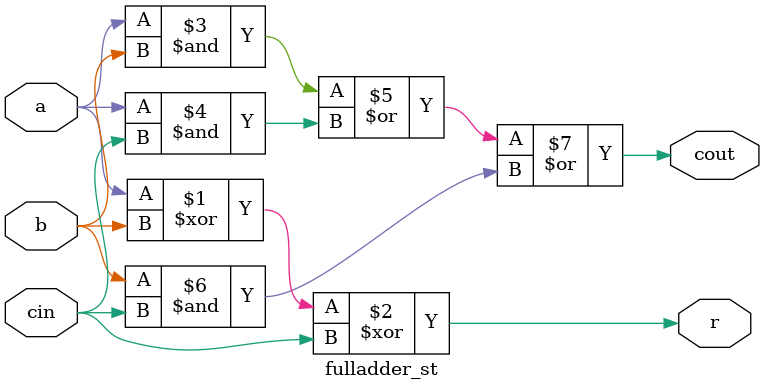
<source format=v>
module fulladder_st(
output wire r,
output wire cout,
input wire a,
input wire b,
input wire cin) ;
assign r = (a ^ b) ^ (cin) ;
assign cout = (a & b) | ( a & cin ) | ( b & cin ) ;
endmodule
</source>
